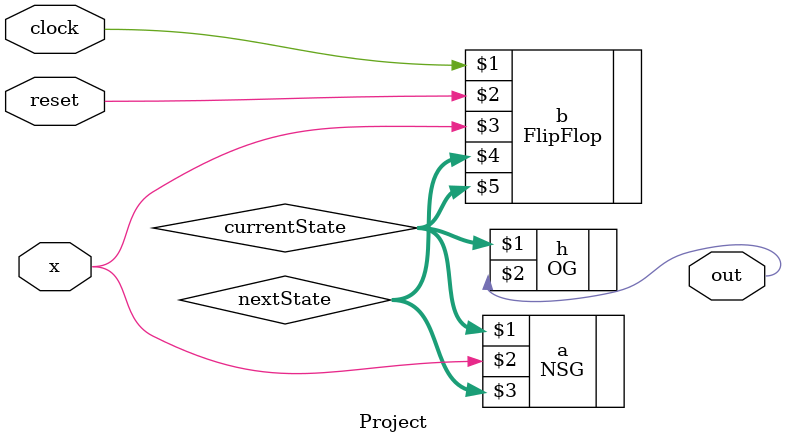
<source format=v>
`include "OG.v";
`include "FlipFlop.v";
`include "NSG.v";

module Project
(
	input clock,reset,x, 
	output out
);

wire [2:0] currentState, nextState;

NSG a(currentState,x,nextState);
FlipFlop b(clock,reset,x,nextState,currentState);
OG h(currentState,out);

endmodule
</source>
